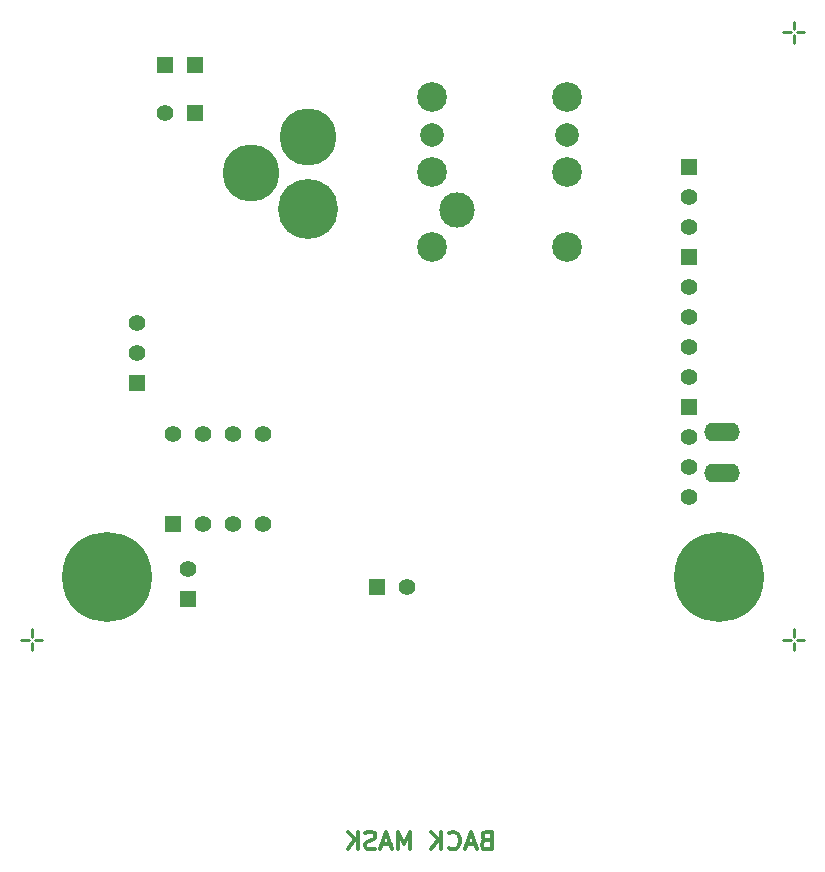
<source format=gbs>
G04 (created by PCBNEW (2013-07-07 BZR 4022)-stable) date 2/14/2016 6:55:42 AM*
%MOIN*%
G04 Gerber Fmt 3.4, Leading zero omitted, Abs format*
%FSLAX34Y34*%
G01*
G70*
G90*
G04 APERTURE LIST*
%ADD10C,0.00590551*%
%ADD11C,0.01*%
%ADD12C,0.011811*%
%ADD13R,0.055X0.055*%
%ADD14C,0.055*%
%ADD15O,0.12X0.062*%
%ADD16O,0.12X0.063*%
%ADD17C,0.19*%
%ADD18C,0.2*%
%ADD19C,0.099*%
%ADD20C,0.079*%
%ADD21C,0.118*%
%ADD22C,0.3*%
G04 APERTURE END LIST*
G54D10*
G54D11*
X50000Y-12400D02*
X50000Y-12150D01*
X49900Y-12500D02*
X49650Y-12500D01*
X50000Y-12600D02*
X50000Y-12850D01*
X50100Y-12500D02*
X50350Y-12500D01*
X50000Y-32850D02*
X50000Y-33100D01*
X49900Y-32750D02*
X49650Y-32750D01*
X50000Y-32650D02*
X50000Y-32400D01*
X50100Y-32750D02*
X50350Y-32750D01*
X24600Y-32650D02*
X24600Y-32400D01*
X24500Y-32750D02*
X24250Y-32750D01*
X24600Y-32850D02*
X24600Y-33100D01*
X24700Y-32750D02*
X24950Y-32750D01*
G54D12*
X39743Y-39429D02*
X39659Y-39457D01*
X39630Y-39485D01*
X39602Y-39542D01*
X39602Y-39626D01*
X39630Y-39682D01*
X39659Y-39710D01*
X39715Y-39739D01*
X39940Y-39739D01*
X39940Y-39148D01*
X39743Y-39148D01*
X39687Y-39176D01*
X39659Y-39204D01*
X39630Y-39260D01*
X39630Y-39317D01*
X39659Y-39373D01*
X39687Y-39401D01*
X39743Y-39429D01*
X39940Y-39429D01*
X39377Y-39570D02*
X39096Y-39570D01*
X39434Y-39739D02*
X39237Y-39148D01*
X39040Y-39739D01*
X38506Y-39682D02*
X38534Y-39710D01*
X38618Y-39739D01*
X38674Y-39739D01*
X38759Y-39710D01*
X38815Y-39654D01*
X38843Y-39598D01*
X38871Y-39485D01*
X38871Y-39401D01*
X38843Y-39289D01*
X38815Y-39232D01*
X38759Y-39176D01*
X38674Y-39148D01*
X38618Y-39148D01*
X38534Y-39176D01*
X38506Y-39204D01*
X38253Y-39739D02*
X38253Y-39148D01*
X37915Y-39739D02*
X38168Y-39401D01*
X37915Y-39148D02*
X38253Y-39485D01*
X37212Y-39739D02*
X37212Y-39148D01*
X37015Y-39570D01*
X36818Y-39148D01*
X36818Y-39739D01*
X36565Y-39570D02*
X36284Y-39570D01*
X36621Y-39739D02*
X36425Y-39148D01*
X36228Y-39739D01*
X36059Y-39710D02*
X35975Y-39739D01*
X35834Y-39739D01*
X35778Y-39710D01*
X35750Y-39682D01*
X35722Y-39626D01*
X35722Y-39570D01*
X35750Y-39514D01*
X35778Y-39485D01*
X35834Y-39457D01*
X35947Y-39429D01*
X36003Y-39401D01*
X36031Y-39373D01*
X36059Y-39317D01*
X36059Y-39260D01*
X36031Y-39204D01*
X36003Y-39176D01*
X35947Y-39148D01*
X35806Y-39148D01*
X35722Y-39176D01*
X35469Y-39739D02*
X35469Y-39148D01*
X35131Y-39739D02*
X35384Y-39401D01*
X35131Y-39148D02*
X35469Y-39485D01*
G54D13*
X29800Y-31400D03*
G54D14*
X29800Y-30400D03*
G54D15*
X47600Y-27188D03*
G54D16*
X47600Y-25811D03*
G54D17*
X31900Y-17200D03*
X33800Y-16000D03*
G54D18*
X33800Y-18400D03*
G54D19*
X37950Y-19670D03*
X37950Y-17170D03*
X37950Y-14670D03*
X42450Y-19670D03*
X42450Y-17170D03*
X42450Y-14670D03*
G54D20*
X37950Y-15930D03*
X42450Y-15930D03*
G54D21*
X38790Y-18430D03*
G54D22*
X27100Y-30650D03*
X47500Y-30650D03*
G54D13*
X29300Y-28900D03*
G54D14*
X30300Y-28900D03*
X31300Y-28900D03*
X32300Y-28900D03*
X32300Y-25900D03*
X31300Y-25900D03*
X30300Y-25900D03*
X29300Y-25900D03*
G54D13*
X28100Y-24200D03*
G54D14*
X28100Y-23200D03*
X28100Y-22200D03*
G54D13*
X46500Y-25000D03*
G54D14*
X46500Y-26000D03*
X46500Y-27000D03*
X46500Y-28000D03*
G54D13*
X46500Y-17000D03*
G54D14*
X46500Y-18000D03*
X46500Y-19000D03*
G54D13*
X36100Y-31000D03*
G54D14*
X37100Y-31000D03*
G54D13*
X46500Y-20000D03*
G54D14*
X46500Y-21000D03*
X46500Y-22000D03*
X46500Y-23000D03*
X46500Y-24000D03*
G54D13*
X30050Y-15175D03*
G54D14*
X29050Y-15175D03*
G54D13*
X29050Y-13575D03*
X30050Y-13575D03*
M02*

</source>
